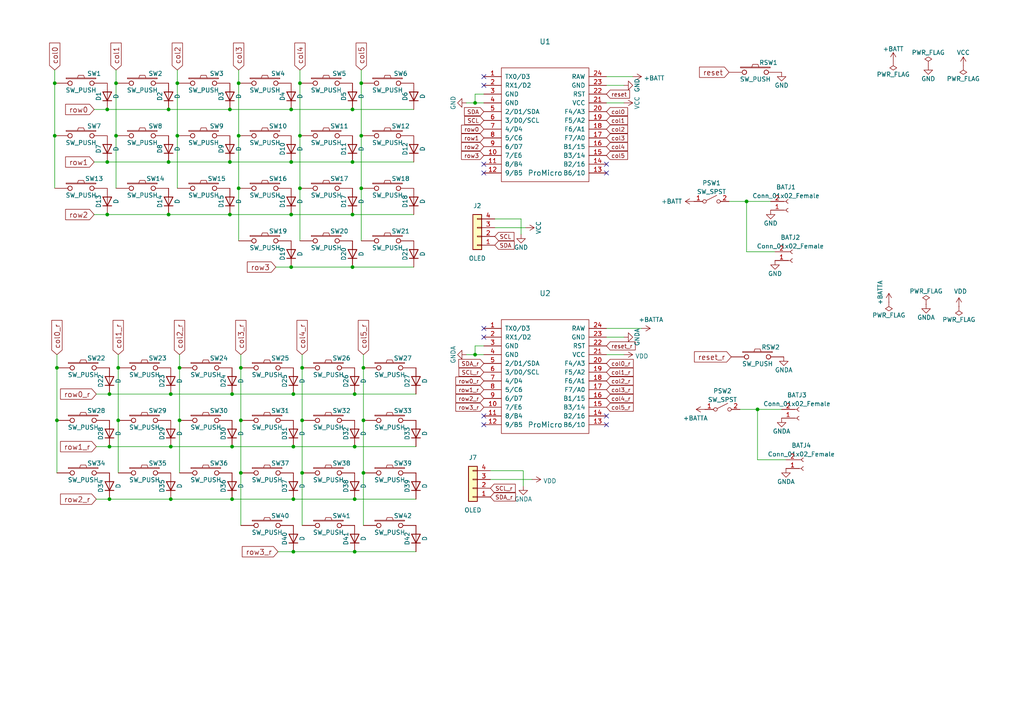
<source format=kicad_sch>
(kicad_sch (version 20211123) (generator eeschema)
  (paper "A4")
  (title_block (title "Corne Light") (date "2020-10-13") (rev "2.0") (company "foostan"))
  (lib_symbols
    (symbol "+BATT_2" (power) (pin_names (offset 0))
      (property "Value" "+BATT_2" (at -10.795 0 90))
      (symbol "+BATT_2_0_1"
        (polyline (pts (xy -0.762 1.27) (xy 0 2.54)))
        (polyline (pts (xy 0 0) (xy 0 2.54)))
        (polyline (pts (xy 0 2.54) (xy 0.762 1.27)))
      )
      (symbol "+BATT_2_1_1"
        (pin power_in line (at 0 0 90) (length 0) hide (name "+BATTA") (number "1"))
      )
    )
    (symbol "Connector:Conn_01x02_Female" (pin_names (offset 1.016) hide)
      (property "Reference" "J" (at 0 2.54 0))
      (property "Value" "Conn_01x02_Female" (at 0 -5.08 0))
      (symbol "Conn_01x02_Female_1_1"
        (arc (start 0 -2.032) (mid -0.508 -2.54) (end 0 -3.048) (stroke (width 0.1524)))
        (polyline (pts (xy -1.27 -2.54) (xy -0.508 -2.54)) (stroke (width 0.1524)))
        (polyline (pts (xy -1.27 0) (xy -0.508 0)) (stroke (width 0.1524)))
        (arc (start 0 0.508) (mid -0.508 0) (end 0 -0.508) (stroke (width 0.1524)))
        (pin passive line (at -5.08 0 0) (length 3.81) (name "Pin_1") (number "1"))
        (pin passive line (at -5.08 -2.54 0) (length 3.81) (name "Pin_2") (number "2"))
      )
    )
    (symbol "Connector_Generic:Conn_01x04" (pin_names (offset 1.016) hide)
      (property "Reference" "J" (at 0 5.08 0))
      (property "Value" "Conn_01x04" (at 0 -7.62 0))
      (symbol "Conn_01x04_1_1"
        (rectangle (start -1.27 -4.953) (end 0 -5.207) (stroke (width 0.1524)))
        (rectangle (start -1.27 -2.413) (end 0 -2.667) (stroke (width 0.1524)))
        (rectangle (start -1.27 0.127) (end 0 -0.127) (stroke (width 0.1524)))
        (rectangle (start -1.27 2.667) (end 0 2.413) (stroke (width 0.1524)))
        (rectangle (start -1.27 3.81) (end 1.27 -6.35) (stroke (width 0.254)) (fill (type background)))
        (pin passive line (at -5.08 2.54 0) (length 3.81) (name "Pin_1") (number "1"))
        (pin passive line (at -5.08 0 0) (length 3.81) (name "Pin_2") (number "2"))
        (pin passive line (at -5.08 -2.54 0) (length 3.81) (name "Pin_3") (number "3"))
        (pin passive line (at -5.08 -5.08 0) (length 3.81) (name "Pin_4") (number "4"))
      )
    )
    (symbol "Device:D" (pin_numbers hide) (pin_names (offset 1.016) hide)
      (property "Reference" "D" (at 0 2.54 0))
      (property "Value" "D" (at 0 -2.54 0))
      (symbol "D_0_1"
        (polyline (pts (xy -1.27 1.27) (xy -1.27 -1.27)) (stroke (width 0.254)))
        (polyline (pts (xy 1.27 0) (xy -1.27 0)))
        (polyline (pts (xy 1.27 1.27) (xy 1.27 -1.27) (xy -1.27 0) (xy 1.27 1.27)) (stroke (width 0.254)))
      )
      (symbol "D_1_1"
        (pin passive line (at -3.81 0 0) (length 2.54) (name "K") (number "1"))
        (pin passive line (at 3.81 0 180) (length 2.54) (name "A") (number "2"))
      )
    )
    (symbol "Switch:SW_SPST" (pin_names (offset 0) hide)
      (property "Reference" "SW" (at 0 3.175 0))
      (property "Value" "SW_SPST" (at 0 -2.54 0))
      (symbol "SW_SPST_0_0"
        (circle (center -2.032 0) (radius 0.508))
        (polyline (pts (xy -1.524 0.254) (xy 1.524 1.778)))
        (circle (center 2.032 0) (radius 0.508))
      )
      (symbol "SW_SPST_1_1"
        (pin passive line (at -5.08 0 0) (length 2.54) (name "A") (number "1"))
        (pin passive line (at 5.08 0 180) (length 2.54) (name "B") (number "2"))
      )
    )
    (symbol "kbd:ProMicro" (pin_names (offset 1.016))
      (property "Reference" "U" (at 0 19.05 0))
      (property "Value" "ProMicro" (at 0 -19.05 0))
      (symbol "ProMicro_0_1"
        (rectangle (start -12.7 16.51) (end 12.7 -16.51))
      )
      (symbol "ProMicro_1_1"
        (pin bidirectional line (at -17.78 13.97 0) (length 5.08) (name "TX0/D3") (number "1"))
        (pin bidirectional line (at -17.78 -8.89 0) (length 5.08) (name "7/E6") (number "10"))
        (pin bidirectional line (at -17.78 -11.43 0) (length 5.08) (name "8/B4") (number "11"))
        (pin bidirectional line (at -17.78 -13.97 0) (length 5.08) (name "9/B5") (number "12"))
        (pin bidirectional line (at 17.78 -13.97 180) (length 5.08) (name "B6/10") (number "13"))
        (pin bidirectional line (at 17.78 -11.43 180) (length 5.08) (name "B2/16") (number "14"))
        (pin bidirectional line (at 17.78 -8.89 180) (length 5.08) (name "B3/14") (number "15"))
        (pin bidirectional line (at 17.78 -6.35 180) (length 5.08) (name "B1/15") (number "16"))
        (pin bidirectional line (at 17.78 -3.81 180) (length 5.08) (name "F7/A0") (number "17"))
        (pin bidirectional line (at 17.78 -1.27 180) (length 5.08) (name "F6/A1") (number "18"))
        (pin bidirectional line (at 17.78 1.27 180) (length 5.08) (name "F5/A2") (number "19"))
        (pin bidirectional line (at -17.78 11.43 0) (length 5.08) (name "RX1/D2") (number "2"))
        (pin bidirectional line (at 17.78 3.81 180) (length 5.08) (name "F4/A3") (number "20"))
        (pin power_in line (at 17.78 6.35 180) (length 5.08) (name "VCC") (number "21"))
        (pin input line (at 17.78 8.89 180) (length 5.08) (name "RST") (number "22"))
        (pin power_in line (at 17.78 11.43 180) (length 5.08) (name "GND") (number "23"))
        (pin power_out line (at 17.78 13.97 180) (length 5.08) (name "RAW") (number "24"))
        (pin power_in line (at -17.78 8.89 0) (length 5.08) (name "GND") (number "3"))
        (pin power_in line (at -17.78 6.35 0) (length 5.08) (name "GND") (number "4"))
        (pin bidirectional line (at -17.78 3.81 0) (length 5.08) (name "2/D1/SDA") (number "5"))
        (pin bidirectional line (at -17.78 1.27 0) (length 5.08) (name "3/D0/SCL") (number "6"))
        (pin bidirectional line (at -17.78 -1.27 0) (length 5.08) (name "4/D4") (number "7"))
        (pin bidirectional line (at -17.78 -3.81 0) (length 5.08) (name "5/C6") (number "8"))
        (pin bidirectional line (at -17.78 -6.35 0) (length 5.08) (name "6/D7") (number "9"))
      )
    )
    (symbol "kbd:SW_PUSH" (pin_numbers hide) (pin_names (offset 1.016) hide)
      (property "Reference" "SW" (at 3.81 2.794 0))
      (property "Value" "SW_PUSH" (at 0 -2.032 0))
      (symbol "SW_PUSH_0_1"
        (rectangle (start -4.318 1.27) (end 4.318 1.524))
        (polyline (pts (xy -1.016 1.524) (xy -0.762 2.286) (xy 0.762 2.286) (xy 1.016 1.524)))
        (pin passive inverted (at -7.62 0 0) (length 5.08) (name "1") (number "1"))
        (pin passive inverted (at 7.62 0 180) (length 5.08) (name "2") (number "2"))
      )
    )
    (symbol "power:+BATT" (power) (pin_names (offset 0))
      (property "Value" "+BATT" (at 0 3.556 0))
      (symbol "+BATT_0_1"
        (polyline (pts (xy -0.762 1.27) (xy 0 2.54)))
        (polyline (pts (xy 0 0) (xy 0 2.54)))
        (polyline (pts (xy 0 2.54) (xy 0.762 1.27)))
      )
      (symbol "+BATT_1_1"
        (pin power_in line (at 0 0 90) (length 0) hide (name "+BATT") (number "1"))
      )
    )
    (symbol "power:GND" (power) (pin_names (offset 0))
      (property "Value" "GND" (at 0 -3.81 0))
      (symbol "GND_0_1"
        (polyline (pts (xy 0 0) (xy 0 -1.27) (xy 1.27 -1.27) (xy 0 -2.54) (xy -1.27 -1.27) (xy 0 -1.27)))
      )
      (symbol "GND_1_1"
        (pin power_in line (at 0 0 270) (length 0) hide (name "GND") (number "1"))
      )
    )
    (symbol "power:GNDA" (power) (pin_names (offset 0))
      (property "Value" "GNDA" (at 0 -3.81 0))
      (symbol "GNDA_0_1"
        (polyline (pts (xy 0 0) (xy 0 -1.27) (xy 1.27 -1.27) (xy 0 -2.54) (xy -1.27 -1.27) (xy 0 -1.27)))
      )
      (symbol "GNDA_1_1"
        (pin power_in line (at 0 0 270) (length 0) hide (name "GNDA") (number "1"))
      )
    )
    (symbol "power:PWR_FLAG" (power) (pin_numbers hide) (pin_names (offset 0) hide)
      (property "Value" "PWR_FLAG" (at 0 3.81 0))
      (symbol "PWR_FLAG_0_0"
        (pin power_out line (at 0 0 90) (length 0) (name "pwr") (number "1"))
      )
      (symbol "PWR_FLAG_0_1"
        (polyline (pts (xy 0 0) (xy 0 1.27) (xy -1.016 1.905) (xy 0 2.54) (xy 1.016 1.905) (xy 0 1.27)))
      )
    )
    (symbol "power:VCC" (power) (pin_names (offset 0))
      (property "Value" "VCC" (at 0 3.81 0))
      (symbol "VCC_0_1"
        (polyline (pts (xy -0.762 1.27) (xy 0 2.54)))
        (polyline (pts (xy 0 0) (xy 0 2.54)))
        (polyline (pts (xy 0 2.54) (xy 0.762 1.27)))
      )
      (symbol "VCC_1_1"
        (pin power_in line (at 0 0 90) (length 0) hide (name "VCC") (number "1"))
      )
    )
    (symbol "power:VDD" (power) (pin_names (offset 0))
      (property "Value" "VDD" (at 0 3.81 0))
      (symbol "VDD_0_1"
        (polyline (pts (xy -0.762 1.27) (xy 0 2.54)))
        (polyline (pts (xy 0 0) (xy 0 2.54)))
        (polyline (pts (xy 0 2.54) (xy 0.762 1.27)))
      )
      (symbol "VDD_1_1"
        (pin power_in line (at 0 0 90) (length 0) hide (name "VDD") (number "1"))
      )
    )
  )
  (junction (at 86.995 39.37))
  (junction (at 87.63 121.92))
  (junction (at 66.675 46.99))
  (junction (at 31.115 62.23))
  (junction (at 52.07 121.92))
  (junction (at 49.53 114.3))
  (junction (at 31.75 129.54))
  (junction (at 219.71 118.745))
  (junction (at 49.53 144.78))
  (junction (at 137.795 102.87))
  (junction (at 105.41 137.16))
  (junction (at 102.235 31.75))
  (junction (at 51.435 24.13))
  (junction (at 48.895 62.23))
  (junction (at 67.31 114.3))
  (junction (at 85.09 160.02))
  (junction (at 48.895 31.75))
  (junction (at 66.675 31.75))
  (junction (at 31.115 31.75))
  (junction (at 86.995 24.13))
  (junction (at 33.655 24.13))
  (junction (at 87.63 106.68))
  (junction (at 33.655 39.37))
  (junction (at 87.63 137.16))
  (junction (at 105.41 121.92))
  (junction (at 102.235 46.99))
  (junction (at 102.87 144.78))
  (junction (at 102.87 160.02))
  (junction (at 31.115 46.99))
  (junction (at 104.775 54.61))
  (junction (at 85.09 114.3))
  (junction (at 67.31 129.54))
  (junction (at 84.455 31.75))
  (junction (at 84.455 77.47))
  (junction (at 34.29 106.68))
  (junction (at 84.455 62.23))
  (junction (at 102.87 114.3))
  (junction (at 66.675 62.23))
  (junction (at 69.85 121.92))
  (junction (at 69.215 54.61))
  (junction (at 31.75 114.3))
  (junction (at 102.235 62.23))
  (junction (at 69.215 39.37))
  (junction (at 102.235 77.47))
  (junction (at 15.875 39.37))
  (junction (at 34.29 121.92))
  (junction (at 67.31 144.78))
  (junction (at 102.87 129.54))
  (junction (at 51.435 39.37))
  (junction (at 49.53 129.54))
  (junction (at 86.995 54.61))
  (junction (at 69.85 137.16))
  (junction (at 15.875 24.13))
  (junction (at 216.535 58.42))
  (junction (at 105.41 106.68))
  (junction (at 52.07 106.68))
  (junction (at 16.51 106.68))
  (junction (at 31.75 144.78))
  (junction (at 84.455 46.99))
  (junction (at 85.09 144.78))
  (junction (at 104.775 39.37))
  (junction (at 69.85 106.68))
  (junction (at 16.51 121.92))
  (junction (at 85.09 129.54))
  (junction (at 104.775 24.13))
  (junction (at 137.795 29.845))
  (junction (at 69.215 24.13))
  (junction (at 48.895 46.99))
  (no_connect (at 140.335 24.765))
  (no_connect (at 175.895 47.625))
  (no_connect (at 140.335 123.19))
  (no_connect (at 175.895 123.19))
  (no_connect (at 140.335 47.625))
  (no_connect (at 140.335 50.165))
  (no_connect (at 175.895 50.165))
  (no_connect (at 140.335 22.225))
  (no_connect (at 140.335 120.65))
  (no_connect (at 140.335 97.79))
  (no_connect (at 140.335 95.25))
  (no_connect (at 175.895 120.65))
  (wire (pts (xy 104.775 54.61) (xy 104.775 69.85)))
  (wire (pts (xy 104.775 24.13) (xy 104.775 39.37)))
  (wire (pts (xy 15.875 20.32) (xy 15.875 24.13)))
  (wire (pts (xy 34.29 106.68) (xy 34.29 121.92)))
  (wire (pts (xy 27.94 129.54) (xy 31.75 129.54)))
  (wire (pts (xy 86.995 20.32) (xy 86.995 24.13)))
  (wire (pts (xy 34.29 102.87) (xy 34.29 106.68)))
  (wire (pts (xy 175.895 102.87) (xy 180.975 102.87)))
  (wire (pts (xy 69.215 54.61) (xy 69.215 69.85)))
  (wire (pts (xy 219.71 118.745) (xy 226.695 118.745)))
  (wire (pts (xy 142.24 139.065) (xy 154.305 139.065)))
  (wire (pts (xy 105.41 106.68) (xy 105.41 121.92)))
  (wire (pts (xy 49.53 129.54) (xy 67.31 129.54)))
  (wire (pts (xy 214.63 118.745) (xy 219.71 118.745)))
  (wire (pts (xy 66.675 31.75) (xy 84.455 31.75)))
  (wire (pts (xy 102.87 144.78) (xy 120.65 144.78)))
  (wire (pts (xy 31.75 129.54) (xy 49.53 129.54)))
  (wire (pts (xy 48.895 46.99) (xy 66.675 46.99)))
  (wire (pts (xy 27.305 46.99) (xy 31.115 46.99)))
  (wire (pts (xy 105.41 137.16) (xy 105.41 152.4)))
  (wire (pts (xy 16.51 121.92) (xy 16.51 137.16)))
  (wire (pts (xy 31.115 62.23) (xy 48.895 62.23)))
  (wire (pts (xy 137.795 27.305) (xy 137.795 29.845)))
  (wire (pts (xy 216.535 58.42) (xy 216.535 73.025)))
  (wire (pts (xy 102.235 62.23) (xy 120.015 62.23)))
  (wire (pts (xy 87.63 102.87) (xy 87.63 106.68)))
  (wire (pts (xy 227.965 133.35) (xy 219.71 133.35)))
  (wire (pts (xy 84.455 46.99) (xy 102.235 46.99)))
  (wire (pts (xy 135.255 29.845) (xy 137.795 29.845)))
  (wire (pts (xy 16.51 102.87) (xy 16.51 106.68)))
  (wire (pts (xy 84.455 77.47) (xy 102.235 77.47)))
  (wire (pts (xy 31.75 144.78) (xy 49.53 144.78)))
  (wire (pts (xy 175.895 22.225) (xy 183.515 22.225)))
  (wire (pts (xy 84.455 31.75) (xy 102.235 31.75)))
  (wire (pts (xy 137.795 102.87) (xy 140.335 102.87)))
  (wire (pts (xy 52.07 106.68) (xy 52.07 121.92)))
  (wire (pts (xy 33.655 24.13) (xy 33.655 39.37)))
  (wire (pts (xy 102.87 129.54) (xy 120.65 129.54)))
  (wire (pts (xy 137.795 29.845) (xy 140.335 29.845)))
  (wire (pts (xy 151.765 136.525) (xy 151.765 140.97)))
  (wire (pts (xy 69.215 20.32) (xy 69.215 24.13)))
  (wire (pts (xy 140.335 27.305) (xy 137.795 27.305)))
  (wire (pts (xy 85.09 160.02) (xy 102.87 160.02)))
  (wire (pts (xy 175.895 95.25) (xy 186.055 95.25)))
  (wire (pts (xy 175.895 97.79) (xy 180.975 97.79)))
  (wire (pts (xy 216.535 73.025) (xy 224.79 73.025)))
  (wire (pts (xy 137.795 100.33) (xy 137.795 102.87)))
  (wire (pts (xy 85.09 144.78) (xy 102.87 144.78)))
  (wire (pts (xy 151.13 67.945) (xy 151.13 63.5)))
  (wire (pts (xy 105.41 102.87) (xy 105.41 106.68)))
  (wire (pts (xy 66.675 62.23) (xy 84.455 62.23)))
  (wire (pts (xy 175.895 29.845) (xy 180.975 29.845)))
  (wire (pts (xy 52.07 102.87) (xy 52.07 106.68)))
  (wire (pts (xy 33.655 20.32) (xy 33.655 24.13)))
  (wire (pts (xy 27.305 62.23) (xy 31.115 62.23)))
  (wire (pts (xy 175.895 24.765) (xy 180.975 24.765)))
  (wire (pts (xy 211.455 58.42) (xy 216.535 58.42)))
  (wire (pts (xy 142.24 136.525) (xy 151.765 136.525)))
  (wire (pts (xy 67.31 144.78) (xy 85.09 144.78)))
  (wire (pts (xy 51.435 24.13) (xy 51.435 39.37)))
  (wire (pts (xy 31.115 31.75) (xy 48.895 31.75)))
  (wire (pts (xy 102.235 77.47) (xy 120.015 77.47)))
  (wire (pts (xy 219.71 133.35) (xy 219.71 118.745)))
  (wire (pts (xy 67.31 114.3) (xy 85.09 114.3)))
  (wire (pts (xy 104.775 39.37) (xy 104.775 54.61)))
  (wire (pts (xy 48.895 31.75) (xy 66.675 31.75)))
  (wire (pts (xy 51.435 20.32) (xy 51.435 24.13)))
  (wire (pts (xy 69.85 137.16) (xy 69.85 152.4)))
  (wire (pts (xy 216.535 58.42) (xy 223.52 58.42)))
  (wire (pts (xy 69.215 24.13) (xy 69.215 39.37)))
  (wire (pts (xy 140.335 100.33) (xy 137.795 100.33)))
  (wire (pts (xy 102.87 114.3) (xy 120.65 114.3)))
  (wire (pts (xy 34.29 121.92) (xy 34.29 137.16)))
  (wire (pts (xy 49.53 114.3) (xy 67.31 114.3)))
  (wire (pts (xy 105.41 121.92) (xy 105.41 137.16)))
  (wire (pts (xy 15.875 39.37) (xy 15.875 54.61)))
  (wire (pts (xy 49.53 144.78) (xy 67.31 144.78)))
  (wire (pts (xy 66.675 46.99) (xy 84.455 46.99)))
  (wire (pts (xy 15.875 24.13) (xy 15.875 39.37)))
  (wire (pts (xy 84.455 62.23) (xy 102.235 62.23)))
  (wire (pts (xy 51.435 39.37) (xy 51.435 54.61)))
  (wire (pts (xy 102.87 160.02) (xy 120.65 160.02)))
  (wire (pts (xy 135.255 102.87) (xy 137.795 102.87)))
  (wire (pts (xy 87.63 137.16) (xy 87.63 152.4)))
  (wire (pts (xy 80.01 77.47) (xy 84.455 77.47)))
  (wire (pts (xy 85.09 129.54) (xy 102.87 129.54)))
  (wire (pts (xy 86.995 24.13) (xy 86.995 39.37)))
  (wire (pts (xy 104.775 20.32) (xy 104.775 24.13)))
  (wire (pts (xy 27.305 31.75) (xy 31.115 31.75)))
  (wire (pts (xy 86.995 39.37) (xy 86.995 54.61)))
  (wire (pts (xy 31.75 114.3) (xy 49.53 114.3)))
  (wire (pts (xy 143.51 66.04) (xy 152.4 66.04)))
  (wire (pts (xy 69.85 106.68) (xy 69.85 121.92)))
  (wire (pts (xy 102.235 46.99) (xy 120.015 46.99)))
  (wire (pts (xy 27.94 144.78) (xy 31.75 144.78)))
  (wire (pts (xy 27.94 114.3) (xy 31.75 114.3)))
  (wire (pts (xy 87.63 106.68) (xy 87.63 121.92)))
  (wire (pts (xy 80.645 160.02) (xy 85.09 160.02)))
  (wire (pts (xy 69.85 102.87) (xy 69.85 106.68)))
  (wire (pts (xy 102.235 31.75) (xy 120.015 31.75)))
  (wire (pts (xy 151.13 63.5) (xy 143.51 63.5)))
  (wire (pts (xy 48.895 62.23) (xy 66.675 62.23)))
  (wire (pts (xy 85.09 114.3) (xy 102.87 114.3)))
  (wire (pts (xy 16.51 106.68) (xy 16.51 121.92)))
  (wire (pts (xy 69.215 39.37) (xy 69.215 54.61)))
  (wire (pts (xy 31.115 46.99) (xy 48.895 46.99)))
  (wire (pts (xy 52.07 121.92) (xy 52.07 137.16)))
  (wire (pts (xy 33.655 39.37) (xy 33.655 54.61)))
  (wire (pts (xy 86.995 54.61) (xy 86.995 69.85)))
  (wire (pts (xy 69.85 121.92) (xy 69.85 137.16)))
  (wire (pts (xy 87.63 121.92) (xy 87.63 137.16)))
  (wire (pts (xy 67.31 129.54) (xy 85.09 129.54)))
  (global_label "col2_r" (shape input) (at 175.895 110.49 0) (effects (font (size 1.1938 1.1938))) (property "Intersheet References" "${INTERSHEET_REFS}" (effects hide)))
  (global_label "col3" (shape input) (at 69.215 20.32 90) (effects (font (size 1.524 1.524))) (property "Intersheet References" "${INTERSHEET_REFS}" (effects hide)))
  (global_label "col2_r" (shape input) (at 52.07 102.87 90) (effects (font (size 1.524 1.524))) (property "Intersheet References" "${INTERSHEET_REFS}" (effects hide)))
  (global_label "row2" (shape input) (at 140.335 42.545 180) (effects (font (size 1.1938 1.1938))) (property "Intersheet References" "${INTERSHEET_REFS}" (effects hide)))
  (global_label "SCL" (shape input) (at 143.51 68.58 0) (effects (font (size 1.1938 1.1938))) (property "Intersheet References" "${INTERSHEET_REFS}" (effects hide)))
  (global_label "row0" (shape input) (at 27.305 31.75 180) (effects (font (size 1.524 1.524))) (property "Intersheet References" "${INTERSHEET_REFS}" (effects hide)))
  (global_label "reset" (shape input) (at 211.455 20.955 180) (effects (font (size 1.524 1.524))) (property "Intersheet References" "${INTERSHEET_REFS}" (effects hide)))
  (global_label "reset_r" (shape input) (at 175.895 100.33 0) (effects (font (size 1.1938 1.1938))) (property "Intersheet References" "${INTERSHEET_REFS}" (effects hide)))
  (global_label "col0" (shape input) (at 175.895 32.385 0) (effects (font (size 1.1938 1.1938))) (property "Intersheet References" "${INTERSHEET_REFS}" (effects hide)))
  (global_label "col3_r" (shape input) (at 69.85 102.87 90) (effects (font (size 1.524 1.524))) (property "Intersheet References" "${INTERSHEET_REFS}" (effects hide)))
  (global_label "row3_r" (shape input) (at 140.335 118.11 180) (effects (font (size 1.1938 1.1938))) (property "Intersheet References" "${INTERSHEET_REFS}" (effects hide)))
  (global_label "row3" (shape input) (at 80.01 77.47 180) (effects (font (size 1.524 1.524))) (property "Intersheet References" "${INTERSHEET_REFS}" (effects hide)))
  (global_label "col2" (shape input) (at 175.895 37.465 0) (effects (font (size 1.1938 1.1938))) (property "Intersheet References" "${INTERSHEET_REFS}" (effects hide)))
  (global_label "SCL_r" (shape input) (at 140.335 107.95 180) (effects (font (size 1.1938 1.1938))) (property "Intersheet References" "${INTERSHEET_REFS}" (effects hide)))
  (global_label "row1_r" (shape input) (at 27.94 129.54 180) (effects (font (size 1.524 1.524))) (property "Intersheet References" "${INTERSHEET_REFS}" (effects hide)))
  (global_label "col2" (shape input) (at 51.435 20.32 90) (effects (font (size 1.524 1.524))) (property "Intersheet References" "${INTERSHEET_REFS}" (effects hide)))
  (global_label "col1_r" (shape input) (at 175.895 107.95 0) (effects (font (size 1.1938 1.1938))) (property "Intersheet References" "${INTERSHEET_REFS}" (effects hide)))
  (global_label "col4" (shape input) (at 175.895 42.545 0) (effects (font (size 1.1938 1.1938))) (property "Intersheet References" "${INTERSHEET_REFS}" (effects hide)))
  (global_label "reset_r" (shape input) (at 212.09 103.505 180) (effects (font (size 1.524 1.524))) (property "Intersheet References" "${INTERSHEET_REFS}" (effects hide)))
  (global_label "SDA" (shape input) (at 140.335 32.385 180) (effects (font (size 1.1938 1.1938))) (property "Intersheet References" "${INTERSHEET_REFS}" (effects hide)))
  (global_label "SDA" (shape input) (at 143.51 71.12 0) (effects (font (size 1.1938 1.1938))) (property "Intersheet References" "${INTERSHEET_REFS}" (effects hide)))
  (global_label "col0" (shape input) (at 15.875 20.32 90) (effects (font (size 1.524 1.524))) (property "Intersheet References" "${INTERSHEET_REFS}" (effects hide)))
  (global_label "row3" (shape input) (at 140.335 45.085 180) (effects (font (size 1.1938 1.1938))) (property "Intersheet References" "${INTERSHEET_REFS}" (effects hide)))
  (global_label "row2_r" (shape input) (at 27.94 144.78 180) (effects (font (size 1.524 1.524))) (property "Intersheet References" "${INTERSHEET_REFS}" (effects hide)))
  (global_label "col3_r" (shape input) (at 175.895 113.03 0) (effects (font (size 1.1938 1.1938))) (property "Intersheet References" "${INTERSHEET_REFS}" (effects hide)))
  (global_label "col5_r" (shape input) (at 175.895 118.11 0) (effects (font (size 1.1938 1.1938))) (property "Intersheet References" "${INTERSHEET_REFS}" (effects hide)))
  (global_label "row0_r" (shape input) (at 27.94 114.3 180) (effects (font (size 1.524 1.524))) (property "Intersheet References" "${INTERSHEET_REFS}" (effects hide)))
  (global_label "col4" (shape input) (at 86.995 20.32 90) (effects (font (size 1.524 1.524))) (property "Intersheet References" "${INTERSHEET_REFS}" (effects hide)))
  (global_label "row2" (shape input) (at 27.305 62.23 180) (effects (font (size 1.524 1.524))) (property "Intersheet References" "${INTERSHEET_REFS}" (effects hide)))
  (global_label "SDA_r" (shape input) (at 140.335 105.41 180) (effects (font (size 1.1938 1.1938))) (property "Intersheet References" "${INTERSHEET_REFS}" (effects hide)))
  (global_label "col1" (shape input) (at 33.655 20.32 90) (effects (font (size 1.524 1.524))) (property "Intersheet References" "${INTERSHEET_REFS}" (effects hide)))
  (global_label "SCL" (shape input) (at 140.335 34.925 180) (effects (font (size 1.1938 1.1938))) (property "Intersheet References" "${INTERSHEET_REFS}" (effects hide)))
  (global_label "col5" (shape input) (at 104.775 20.32 90) (effects (font (size 1.524 1.524))) (property "Intersheet References" "${INTERSHEET_REFS}" (effects hide)))
  (global_label "SDA_r" (shape input) (at 142.24 144.145 0) (effects (font (size 1.1938 1.1938))) (property "Intersheet References" "${INTERSHEET_REFS}" (effects hide)))
  (global_label "col1_r" (shape input) (at 34.29 102.87 90) (effects (font (size 1.524 1.524))) (property "Intersheet References" "${INTERSHEET_REFS}" (effects hide)))
  (global_label "row1_r" (shape input) (at 140.335 113.03 180) (effects (font (size 1.1938 1.1938))) (property "Intersheet References" "${INTERSHEET_REFS}" (effects hide)))
  (global_label "col0_r" (shape input) (at 16.51 102.87 90) (effects (font (size 1.524 1.524))) (property "Intersheet References" "${INTERSHEET_REFS}" (effects hide)))
  (global_label "col1" (shape input) (at 175.895 34.925 0) (effects (font (size 1.1938 1.1938))) (property "Intersheet References" "${INTERSHEET_REFS}" (effects hide)))
  (global_label "col5" (shape input) (at 175.895 45.085 0) (effects (font (size 1.1938 1.1938))) (property "Intersheet References" "${INTERSHEET_REFS}" (effects hide)))
  (global_label "row3_r" (shape input) (at 80.645 160.02 180) (effects (font (size 1.524 1.524))) (property "Intersheet References" "${INTERSHEET_REFS}" (effects hide)))
  (global_label "col3" (shape input) (at 175.895 40.005 0) (effects (font (size 1.1938 1.1938))) (property "Intersheet References" "${INTERSHEET_REFS}" (effects hide)))
  (global_label "row1" (shape input) (at 140.335 40.005 180) (effects (font (size 1.1938 1.1938))) (property "Intersheet References" "${INTERSHEET_REFS}" (effects hide)))
  (global_label "reset" (shape input) (at 175.895 27.305 0) (effects (font (size 1.1938 1.1938))) (property "Intersheet References" "${INTERSHEET_REFS}" (effects hide)))
  (global_label "col4_r" (shape input) (at 175.895 115.57 0) (effects (font (size 1.1938 1.1938))) (property "Intersheet References" "${INTERSHEET_REFS}" (effects hide)))
  (global_label "col4_r" (shape input) (at 87.63 102.87 90) (effects (font (size 1.524 1.524))) (property "Intersheet References" "${INTERSHEET_REFS}" (effects hide)))
  (global_label "row0_r" (shape input) (at 140.335 110.49 180) (effects (font (size 1.1938 1.1938))) (property "Intersheet References" "${INTERSHEET_REFS}" (effects hide)))
  (global_label "SCL_r" (shape input) (at 142.24 141.605 0) (effects (font (size 1.1938 1.1938))) (property "Intersheet References" "${INTERSHEET_REFS}" (effects hide)))
  (global_label "col0_r" (shape input) (at 175.895 105.41 0) (effects (font (size 1.1938 1.1938))) (property "Intersheet References" "${INTERSHEET_REFS}" (effects hide)))
  (global_label "row0" (shape input) (at 140.335 37.465 180) (effects (font (size 1.1938 1.1938))) (property "Intersheet References" "${INTERSHEET_REFS}" (effects hide)))
  (global_label "col5_r" (shape input) (at 105.41 102.87 90) (effects (font (size 1.524 1.524))) (property "Intersheet References" "${INTERSHEET_REFS}" (effects hide)))
  (global_label "row1" (shape input) (at 27.305 46.99 180) (effects (font (size 1.524 1.524))) (property "Intersheet References" "${INTERSHEET_REFS}" (effects hide)))
  (global_label "row2_r" (shape input) (at 140.335 115.57 180) (effects (font (size 1.1938 1.1938))) (property "Intersheet References" "${INTERSHEET_REFS}" (effects hide)))
  (symbol (lib_id "kbd:ProMicro") (at 158.115 36.195 0) (unit 1)
    (property "Reference" "U1" (at 158.115 12.065 0) (effects (font (size 1.524 1.524))))
    (property "Value" "ProMicro" (at 158.115 50.165 0) (effects (font (size 1.524 1.524))))
    (property "Footprint" "kbd:ProMicro_v3" (effects hide))
  )
  (symbol (lib_id "kbd:SW_PUSH") (at 41.275 24.13 0) (unit 1)
    (property "Reference" "SW2" (at 45.085 21.336 0))
    (property "Value" "SW_PUSH" (at 41.275 26.162 0))
    (property "Footprint" "gateron-ks27:gateron-ks27-choc-v1" (effects hide))
  )
  (symbol (lib_id "Device:D") (at 48.895 27.94 90) (unit 1)
    (property "Reference" "D2" (at 46.355 27.94 0))
    (property "Value" "D" (at 51.435 27.94 0))
    (property "Footprint" "kbd:D3_TH" (effects hide))
  )
  (symbol (lib_id "kbd:SW_PUSH") (at 59.055 24.13 0) (unit 1)
    (property "Reference" "SW3" (at 62.865 21.336 0))
    (property "Value" "SW_PUSH" (at 59.055 26.162 0))
    (property "Footprint" "gateron-ks27:gateron-ks27-choc-v1" (effects hide))
  )
  (symbol (lib_id "Device:D") (at 66.675 27.94 90) (unit 1)
    (property "Reference" "D3" (at 64.135 27.94 0))
    (property "Value" "D" (at 69.215 27.94 0))
    (property "Footprint" "kbd:D3_TH" (effects hide))
  )
  (symbol (lib_id "kbd:SW_PUSH") (at 76.835 24.13 0) (unit 1)
    (property "Reference" "SW4" (at 80.645 21.336 0))
    (property "Value" "SW_PUSH" (at 76.835 26.162 0))
    (property "Footprint" "gateron-ks27:gateron-ks27-choc-v1" (effects hide))
  )
  (symbol (lib_id "kbd:SW_PUSH") (at 94.615 24.13 0) (unit 1)
    (property "Reference" "SW5" (at 98.425 21.336 0))
    (property "Value" "SW_PUSH" (at 94.615 26.162 0))
    (property "Footprint" "gateron-ks27:gateron-ks27-choc-v1" (effects hide))
  )
  (symbol (lib_id "kbd:SW_PUSH") (at 112.395 24.13 0) (unit 1)
    (property "Reference" "SW6" (at 116.205 21.336 0))
    (property "Value" "SW_PUSH" (at 112.395 26.162 0))
    (property "Footprint" "gateron-ks27:gateron-ks27-choc-v1" (effects hide))
  )
  (symbol (lib_id "Device:D") (at 84.455 27.94 90) (unit 1)
    (property "Reference" "D4" (at 81.915 27.94 0))
    (property "Value" "D" (at 86.995 27.94 0))
    (property "Footprint" "kbd:D3_TH" (effects hide))
  )
  (symbol (lib_id "Device:D") (at 102.235 27.94 90) (unit 1)
    (property "Reference" "D5" (at 99.695 27.94 0))
    (property "Value" "D" (at 104.775 27.94 0))
    (property "Footprint" "kbd:D3_TH" (effects hide))
  )
  (symbol (lib_id "Device:D") (at 120.015 27.94 90) (unit 1)
    (property "Reference" "D6" (at 117.475 27.94 0))
    (property "Value" "D" (at 122.555 27.94 0))
    (property "Footprint" "kbd:D3_TH" (effects hide))
  )
  (symbol (lib_id "kbd:SW_PUSH") (at 23.495 24.13 0) (unit 1)
    (property "Reference" "SW1" (at 27.305 21.336 0))
    (property "Value" "SW_PUSH" (at 23.495 26.162 0))
    (property "Footprint" "gateron-ks27:gateron-ks27-choc-v1" (effects hide))
  )
  (symbol (lib_id "Device:D") (at 31.115 27.94 90) (unit 1)
    (property "Reference" "D1" (at 28.575 27.94 0))
    (property "Value" "D" (at 33.655 27.94 0))
    (property "Footprint" "kbd:D3_TH" (effects hide))
  )
  (symbol (lib_id "kbd:SW_PUSH") (at 41.275 39.37 0) (unit 1)
    (property "Reference" "SW8" (at 45.085 36.576 0))
    (property "Value" "SW_PUSH" (at 41.275 41.402 0))
    (property "Footprint" "gateron-ks27:gateron-ks27-choc-v1" (effects hide))
  )
  (symbol (lib_id "Device:D") (at 48.895 43.18 90) (unit 1)
    (property "Reference" "D8" (at 46.355 43.18 0))
    (property "Value" "D" (at 51.435 43.18 0))
    (property "Footprint" "kbd:D3_TH" (effects hide))
  )
  (symbol (lib_id "kbd:SW_PUSH") (at 59.055 39.37 0) (unit 1)
    (property "Reference" "SW9" (at 62.865 36.576 0))
    (property "Value" "SW_PUSH" (at 59.055 41.402 0))
    (property "Footprint" "gateron-ks27:gateron-ks27-choc-v1" (effects hide))
  )
  (symbol (lib_id "Device:D") (at 66.675 43.18 90) (unit 1)
    (property "Reference" "D9" (at 64.135 43.18 0))
    (property "Value" "D" (at 69.215 43.18 0))
    (property "Footprint" "kbd:D3_TH" (effects hide))
  )
  (symbol (lib_id "kbd:SW_PUSH") (at 76.835 39.37 0) (unit 1)
    (property "Reference" "SW10" (at 80.645 36.576 0))
    (property "Value" "SW_PUSH" (at 76.835 41.402 0))
    (property "Footprint" "gateron-ks27:gateron-ks27-choc-v1" (effects hide))
  )
  (symbol (lib_id "kbd:SW_PUSH") (at 94.615 39.37 0) (unit 1)
    (property "Reference" "SW11" (at 98.425 36.576 0))
    (property "Value" "SW_PUSH" (at 94.615 41.402 0))
    (property "Footprint" "gateron-ks27:gateron-ks27-choc-v1" (effects hide))
  )
  (symbol (lib_id "kbd:SW_PUSH") (at 112.395 39.37 0) (unit 1)
    (property "Reference" "SW12" (at 116.205 36.576 0))
    (property "Value" "SW_PUSH" (at 112.395 41.402 0))
    (property "Footprint" "gateron-ks27:gateron-ks27-choc-v1" (effects hide))
  )
  (symbol (lib_id "Device:D") (at 84.455 43.18 90) (unit 1)
    (property "Reference" "D10" (at 81.915 43.18 0))
    (property "Value" "D" (at 86.995 43.18 0))
    (property "Footprint" "kbd:D3_TH" (effects hide))
  )
  (symbol (lib_id "Device:D") (at 102.235 43.18 90) (unit 1)
    (property "Reference" "D11" (at 99.695 43.18 0))
    (property "Value" "D" (at 104.775 43.18 0))
    (property "Footprint" "kbd:D3_TH" (effects hide))
  )
  (symbol (lib_id "Device:D") (at 120.015 43.18 90) (unit 1)
    (property "Reference" "D12" (at 117.475 43.18 0))
    (property "Value" "D" (at 122.555 43.18 0))
    (property "Footprint" "kbd:D3_TH" (effects hide))
  )
  (symbol (lib_id "kbd:SW_PUSH") (at 23.495 39.37 0) (unit 1)
    (property "Reference" "SW7" (at 27.305 36.576 0))
    (property "Value" "SW_PUSH" (at 23.495 41.402 0))
    (property "Footprint" "gateron-ks27:gateron-ks27-choc-v1" (effects hide))
  )
  (symbol (lib_id "Device:D") (at 31.115 43.18 90) (unit 1)
    (property "Reference" "D7" (at 28.575 43.18 0))
    (property "Value" "D" (at 33.655 43.18 0))
    (property "Footprint" "kbd:D3_TH" (effects hide))
  )
  (symbol (lib_id "kbd:SW_PUSH") (at 41.275 54.61 0) (unit 1)
    (property "Reference" "SW14" (at 45.085 51.816 0))
    (property "Value" "SW_PUSH" (at 41.275 56.642 0))
    (property "Footprint" "gateron-ks27:gateron-ks27-choc-v1" (effects hide))
  )
  (symbol (lib_id "Device:D") (at 48.895 58.42 90) (unit 1)
    (property "Reference" "D14" (at 46.355 58.42 0))
    (property "Value" "D" (at 51.435 58.42 0))
    (property "Footprint" "kbd:D3_TH" (effects hide))
  )
  (symbol (lib_id "kbd:SW_PUSH") (at 59.055 54.61 0) (unit 1)
    (property "Reference" "SW15" (at 62.865 51.816 0))
    (property "Value" "SW_PUSH" (at 59.055 56.642 0))
    (property "Footprint" "gateron-ks27:gateron-ks27-choc-v1" (effects hide))
  )
  (symbol (lib_id "Device:D") (at 66.675 58.42 90) (unit 1)
    (property "Reference" "D15" (at 64.135 58.42 0))
    (property "Value" "D" (at 69.215 58.42 0))
    (property "Footprint" "kbd:D3_TH" (effects hide))
  )
  (symbol (lib_id "kbd:SW_PUSH") (at 76.835 54.61 0) (unit 1)
    (property "Reference" "SW16" (at 80.645 51.816 0))
    (property "Value" "SW_PUSH" (at 76.835 56.642 0))
    (property "Footprint" "gateron-ks27:gateron-ks27-choc-v1" (effects hide))
  )
  (symbol (lib_id "kbd:SW_PUSH") (at 94.615 54.61 0) (unit 1)
    (property "Reference" "SW17" (at 98.425 51.816 0))
    (property "Value" "SW_PUSH" (at 94.615 56.642 0))
    (property "Footprint" "gateron-ks27:gateron-ks27-choc-v1" (effects hide))
  )
  (symbol (lib_id "kbd:SW_PUSH") (at 112.395 54.61 0) (unit 1)
    (property "Reference" "SW18" (at 116.205 51.816 0))
    (property "Value" "SW_PUSH" (at 112.395 56.642 0))
    (property "Footprint" "gateron-ks27:gateron-ks27-choc-v1" (effects hide))
  )
  (symbol (lib_id "Device:D") (at 84.455 58.42 90) (unit 1)
    (property "Reference" "D16" (at 81.915 58.42 0))
    (property "Value" "D" (at 86.995 58.42 0))
    (property "Footprint" "kbd:D3_TH" (effects hide))
  )
  (symbol (lib_id "Device:D") (at 102.235 58.42 90) (unit 1)
    (property "Reference" "D17" (at 99.695 58.42 0))
    (property "Value" "D" (at 104.775 58.42 0))
    (property "Footprint" "kbd:D3_TH" (effects hide))
  )
  (symbol (lib_id "Device:D") (at 120.015 58.42 90) (unit 1)
    (property "Reference" "D18" (at 117.475 58.42 0))
    (property "Value" "D" (at 122.555 58.42 0))
    (property "Footprint" "kbd:D3_TH" (effects hide))
  )
  (symbol (lib_id "kbd:SW_PUSH") (at 23.495 54.61 0) (unit 1)
    (property "Reference" "SW13" (at 27.305 51.816 0))
    (property "Value" "SW_PUSH" (at 23.495 56.642 0))
    (property "Footprint" "gateron-ks27:gateron-ks27-choc-v1" (effects hide))
  )
  (symbol (lib_id "Device:D") (at 31.115 58.42 90) (unit 1)
    (property "Reference" "D13" (at 28.575 58.42 0))
    (property "Value" "D" (at 33.655 58.42 0))
    (property "Footprint" "kbd:D3_TH" (effects hide))
  )
  (symbol (lib_id "kbd:SW_PUSH") (at 94.615 69.85 0) (unit 1)
    (property "Reference" "SW20" (at 98.425 67.056 0))
    (property "Value" "SW_PUSH" (at 94.615 71.882 0))
    (property "Footprint" "gateron-ks27:gateron-ks27-choc-v1" (effects hide))
  )
  (symbol (lib_id "Device:D") (at 102.235 73.66 90) (unit 1)
    (property "Reference" "D20" (at 99.695 73.66 0))
    (property "Value" "D" (at 104.775 73.66 0))
    (property "Footprint" "kbd:D3_TH" (effects hide))
  )
  (symbol (lib_id "kbd:SW_PUSH") (at 112.395 69.85 0) (unit 1)
    (property "Reference" "SW21" (at 116.205 67.056 0))
    (property "Value" "SW_PUSH" (at 112.395 71.882 0))
    (property "Footprint" "gateron-ks27:gateron-ks27-choc-v1-1.5u" (effects hide))
  )
  (symbol (lib_id "Device:D") (at 120.015 73.66 90) (unit 1)
    (property "Reference" "D21" (at 117.475 73.66 0))
    (property "Value" "D" (at 122.555 73.66 0))
    (property "Footprint" "kbd:D3_TH" (effects hide))
  )
  (symbol (lib_id "kbd:SW_PUSH") (at 76.835 69.85 0) (unit 1)
    (property "Reference" "SW19" (at 80.645 67.056 0))
    (property "Value" "SW_PUSH" (at 76.835 71.882 0))
    (property "Footprint" "gateron-ks27:gateron-ks27-choc-v1" (effects hide))
  )
  (symbol (lib_id "Device:D") (at 84.455 73.66 90) (unit 1)
    (property "Reference" "D19" (at 81.915 73.66 0))
    (property "Value" "D" (at 86.995 73.66 0))
    (property "Footprint" "kbd:D3_TH" (effects hide))
  )
  (symbol (lib_id "power:GND") (at 180.975 24.765 90) (unit 1)
    (property "Reference" "#PWR03" (effects hide))
    (property "Value" "GND" (at 184.785 24.765 0))
  )
  (symbol (lib_id "power:VCC") (at 180.975 29.845 270) (unit 1)
    (property "Reference" "#PWR05" (effects hide))
    (property "Value" "VCC" (at 184.785 29.845 0))
  )
  (symbol (lib_id "power:GND") (at 135.255 29.845 270) (unit 1)
    (property "Reference" "#PWR04" (effects hide))
    (property "Value" "GND" (at 131.445 29.845 0))
  )
  (symbol (lib_id "power:GND") (at 269.24 19.05 0) (unit 1)
    (property "Reference" "#PWR01" (effects hide))
    (property "Value" "GND" (at 269.24 22.86 0))
  )
  (symbol (lib_id "power:VCC") (at 279.4 19.05 0) (unit 1)
    (property "Reference" "#PWR02" (effects hide))
    (property "Value" "VCC" (at 279.4 15.24 0))
  )
  (symbol (lib_id "power:PWR_FLAG") (at 279.4 19.05 180) (unit 1)
    (property "Reference" "#FLG02" (effects hide))
    (property "Value" "PWR_FLAG" (at 279.4 22.86 0))
  )
  (symbol (lib_id "power:PWR_FLAG") (at 269.24 19.05 0) (unit 1)
    (property "Reference" "#FLG01" (effects hide))
    (property "Value" "PWR_FLAG" (at 269.24 15.24 0))
  )
  (symbol (lib_id "kbd:SW_PUSH") (at 219.075 20.955 0) (unit 1)
    (property "Reference" "RSW1" (at 222.885 18.161 0))
    (property "Value" "SW_PUSH" (at 219.075 22.987 0))
    (property "Footprint" "kbd:ResetSW_1side" (effects hide))
  )
  (symbol (lib_id "power:GND") (at 226.695 20.955 0) (unit 1)
    (property "Reference" "#PWR07" (effects hide))
    (property "Value" "GND" (at 226.695 24.765 0))
  )
  (symbol (lib_id "Connector_Generic:Conn_01x04") (at 138.43 68.58 180) (unit 1)
    (property "Reference" "J2" (at 138.43 59.69 0))
    (property "Value" "OLED" (at 138.43 74.93 0))
    (property "Footprint" "kbd:OLED_1side" (effects hide))
  )
  (symbol (lib_id "power:GND") (at 151.13 67.945 0) (unit 1)
    (property "Reference" "#PWR019" (effects hide))
    (property "Value" "GND" (at 151.13 71.755 0))
  )
  (symbol (lib_id "power:VCC") (at 152.4 66.04 270) (unit 1)
    (property "Reference" "#PWR018" (effects hide))
    (property "Value" "VCC" (at 156.21 66.04 0))
  )
  (symbol (lib_id "kbd:ProMicro") (at 158.115 109.22 0) (unit 1)
    (property "Reference" "U2" (at 158.115 85.09 0) (effects (font (size 1.524 1.524))))
    (property "Value" "ProMicro" (at 158.115 123.19 0) (effects (font (size 1.524 1.524))))
    (property "Footprint" "kbd:ProMicro_v3" (effects hide))
  )
  (symbol (lib_id "kbd:SW_PUSH") (at 41.91 106.68 0) (unit 1)
    (property "Reference" "SW23" (at 45.72 103.886 0))
    (property "Value" "SW_PUSH" (at 41.91 108.712 0))
    (property "Footprint" "gateron-ks27:gateron-ks27-choc-v1" (effects hide))
  )
  (symbol (lib_id "Device:D") (at 49.53 110.49 90) (unit 1)
    (property "Reference" "D23" (at 46.99 110.49 0))
    (property "Value" "D" (at 52.07 110.49 0))
    (property "Footprint" "kbd:D3_TH" (effects hide))
  )
  (symbol (lib_id "kbd:SW_PUSH") (at 59.69 106.68 0) (unit 1)
    (property "Reference" "SW24" (at 63.5 103.886 0))
    (property "Value" "SW_PUSH" (at 59.69 108.712 0))
    (property "Footprint" "gateron-ks27:gateron-ks27-choc-v1" (effects hide))
  )
  (symbol (lib_id "Device:D") (at 67.31 110.49 90) (unit 1)
    (property "Reference" "D24" (at 64.77 110.49 0))
    (property "Value" "D" (at 69.85 110.49 0))
    (property "Footprint" "kbd:D3_TH" (effects hide))
  )
  (symbol (lib_id "kbd:SW_PUSH") (at 77.47 106.68 0) (unit 1)
    (property "Reference" "SW25" (at 81.28 103.886 0))
    (property "Value" "SW_PUSH" (at 77.47 108.712 0))
    (property "Footprint" "gateron-ks27:gateron-ks27-choc-v1" (effects hide))
  )
  (symbol (lib_id "kbd:SW_PUSH") (at 95.25 106.68 0) (unit 1)
    (property "Reference" "SW26" (at 99.06 103.886 0))
    (property "Value" "SW_PUSH" (at 95.25 108.712 0))
    (property "Footprint" "gateron-ks27:gateron-ks27-choc-v1" (effects hide))
  )
  (symbol (lib_id "kbd:SW_PUSH") (at 113.03 106.68 0) (unit 1)
    (property "Reference" "SW27" (at 116.84 103.886 0))
    (property "Value" "SW_PUSH" (at 113.03 108.712 0))
    (property "Footprint" "gateron-ks27:gateron-ks27-choc-v1" (effects hide))
  )
  (symbol (lib_id "Device:D") (at 85.09 110.49 90) (unit 1)
    (property "Reference" "D25" (at 82.55 110.49 0))
    (property "Value" "D" (at 87.63 110.49 0))
    (property "Footprint" "kbd:D3_TH" (effects hide))
  )
  (symbol (lib_id "Device:D") (at 102.87 110.49 90) (unit 1)
    (property "Reference" "D26" (at 100.33 110.49 0))
    (property "Value" "D" (at 105.41 110.49 0))
    (property "Footprint" "kbd:D3_TH" (effects hide))
  )
  (symbol (lib_id "Device:D") (at 120.65 110.49 90) (unit 1)
    (property "Reference" "D27" (at 118.11 110.49 0))
    (property "Value" "D" (at 123.19 110.49 0))
    (property "Footprint" "kbd:D3_TH" (effects hide))
  )
  (symbol (lib_id "kbd:SW_PUSH") (at 24.13 106.68 0) (unit 1)
    (property "Reference" "SW22" (at 27.94 103.886 0))
    (property "Value" "SW_PUSH" (at 24.13 108.712 0))
    (property "Footprint" "gateron-ks27:gateron-ks27-choc-v1" (effects hide))
  )
  (symbol (lib_id "Device:D") (at 31.75 110.49 90) (unit 1)
    (property "Reference" "D22" (at 29.21 110.49 0))
    (property "Value" "D" (at 34.29 110.49 0))
    (property "Footprint" "kbd:D3_TH" (effects hide))
  )
  (symbol (lib_id "kbd:SW_PUSH") (at 41.91 121.92 0) (unit 1)
    (property "Reference" "SW29" (at 45.72 119.126 0))
    (property "Value" "SW_PUSH" (at 41.91 123.952 0))
    (property "Footprint" "gateron-ks27:gateron-ks27-choc-v1" (effects hide))
  )
  (symbol (lib_id "Device:D") (at 49.53 125.73 90) (unit 1)
    (property "Reference" "D29" (at 46.99 125.73 0))
    (property "Value" "D" (at 52.07 125.73 0))
    (property "Footprint" "kbd:D3_TH" (effects hide))
  )
  (symbol (lib_id "kbd:SW_PUSH") (at 59.69 121.92 0) (unit 1)
    (property "Reference" "SW30" (at 63.5 119.126 0))
    (property "Value" "SW_PUSH" (at 59.69 123.952 0))
    (property "Footprint" "gateron-ks27:gateron-ks27-choc-v1" (effects hide))
  )
  (symbol (lib_id "Device:D") (at 67.31 125.73 90) (unit 1)
    (property "Reference" "D30" (at 64.77 125.73 0))
    (property "Value" "D" (at 69.85 125.73 0))
    (property "Footprint" "kbd:D3_TH" (effects hide))
  )
  (symbol (lib_id "kbd:SW_PUSH") (at 77.47 121.92 0) (unit 1)
    (property "Reference" "SW31" (at 81.28 119.126 0))
    (property "Value" "SW_PUSH" (at 77.47 123.952 0))
    (property "Footprint" "gateron-ks27:gateron-ks27-choc-v1" (effects hide))
  )
  (symbol (lib_id "kbd:SW_PUSH") (at 95.25 121.92 0) (unit 1)
    (property "Reference" "SW32" (at 99.06 119.126 0))
    (property "Value" "SW_PUSH" (at 95.25 123.952 0))
    (property "Footprint" "gateron-ks27:gateron-ks27-choc-v1" (effects hide))
  )
  (symbol (lib_id "kbd:SW_PUSH") (at 113.03 121.92 0) (unit 1)
    (property "Reference" "SW33" (at 116.84 119.126 0))
    (property "Value" "SW_PUSH" (at 113.03 123.952 0))
    (property "Footprint" "gateron-ks27:gateron-ks27-choc-v1" (effects hide))
  )
  (symbol (lib_id "Device:D") (at 85.09 125.73 90) (unit 1)
    (property "Reference" "D31" (at 82.55 125.73 0))
    (property "Value" "D" (at 87.63 125.73 0))
    (property "Footprint" "kbd:D3_TH" (effects hide))
  )
  (symbol (lib_id "Device:D") (at 102.87 125.73 90) (unit 1)
    (property "Reference" "D32" (at 100.33 125.73 0))
    (property "Value" "D" (at 105.41 125.73 0))
    (property "Footprint" "kbd:D3_TH" (effects hide))
  )
  (symbol (lib_id "Device:D") (at 120.65 125.73 90) (unit 1)
    (property "Reference" "D33" (at 118.11 125.73 0))
    (property "Value" "D" (at 123.19 125.73 0))
    (property "Footprint" "kbd:D3_TH" (effects hide))
  )
  (symbol (lib_id "kbd:SW_PUSH") (at 24.13 121.92 0) (unit 1)
    (property "Reference" "SW28" (at 27.94 119.126 0))
    (property "Value" "SW_PUSH" (at 24.13 123.952 0))
    (property "Footprint" "gateron-ks27:gateron-ks27-choc-v1" (effects hide))
  )
  (symbol (lib_id "Device:D") (at 31.75 125.73 90) (unit 1)
    (property "Reference" "D28" (at 29.21 125.73 0))
    (property "Value" "D" (at 34.29 125.73 0))
    (property "Footprint" "kbd:D3_TH" (effects hide))
  )
  (symbol (lib_id "kbd:SW_PUSH") (at 41.91 137.16 0) (unit 1)
    (property "Reference" "SW35" (at 45.72 134.366 0))
    (property "Value" "SW_PUSH" (at 41.91 139.192 0))
    (property "Footprint" "gateron-ks27:gateron-ks27-choc-v1" (effects hide))
  )
  (symbol (lib_id "Device:D") (at 49.53 140.97 90) (unit 1)
    (property "Reference" "D35" (at 46.99 140.97 0))
    (property "Value" "D" (at 52.07 140.97 0))
    (property "Footprint" "kbd:D3_TH" (effects hide))
  )
  (symbol (lib_id "kbd:SW_PUSH") (at 59.69 137.16 0) (unit 1)
    (property "Reference" "SW36" (at 63.5 134.366 0))
    (property "Value" "SW_PUSH" (at 59.69 139.192 0))
    (property "Footprint" "gateron-ks27:gateron-ks27-choc-v1" (effects hide))
  )
  (symbol (lib_id "Device:D") (at 67.31 140.97 90) (unit 1)
    (property "Reference" "D36" (at 64.77 140.97 0))
    (property "Value" "D" (at 69.85 140.97 0))
    (property "Footprint" "kbd:D3_TH" (effects hide))
  )
  (symbol (lib_id "kbd:SW_PUSH") (at 77.47 137.16 0) (unit 1)
    (property "Reference" "SW37" (at 81.28 134.366 0))
    (property "Value" "SW_PUSH" (at 77.47 139.192 0))
    (property "Footprint" "gateron-ks27:gateron-ks27-choc-v1" (effects hide))
  )
  (symbol (lib_id "kbd:SW_PUSH") (at 95.25 137.16 0) (unit 1)
    (property "Reference" "SW38" (at 99.06 134.366 0))
    (property "Value" "SW_PUSH" (at 95.25 139.192 0))
    (property "Footprint" "gateron-ks27:gateron-ks27-choc-v1" (effects hide))
  )
  (symbol (lib_id "kbd:SW_PUSH") (at 113.03 137.16 0) (unit 1)
    (property "Reference" "SW39" (at 116.84 134.366 0))
    (property "Value" "SW_PUSH" (at 113.03 139.192 0))
    (property "Footprint" "gateron-ks27:gateron-ks27-choc-v1" (effects hide))
  )
  (symbol (lib_id "Device:D") (at 85.09 140.97 90) (unit 1)
    (property "Reference" "D37" (at 82.55 140.97 0))
    (property "Value" "D" (at 87.63 140.97 0))
    (property "Footprint" "kbd:D3_TH" (effects hide))
  )
  (symbol (lib_id "Device:D") (at 102.87 140.97 90) (unit 1)
    (property "Reference" "D38" (at 100.33 140.97 0))
    (property "Value" "D" (at 105.41 140.97 0))
    (property "Footprint" "kbd:D3_TH" (effects hide))
  )
  (symbol (lib_id "Device:D") (at 120.65 140.97 90) (unit 1)
    (property "Reference" "D39" (at 118.11 140.97 0))
    (property "Value" "D" (at 123.19 140.97 0))
    (property "Footprint" "kbd:D3_TH" (effects hide))
  )
  (symbol (lib_id "kbd:SW_PUSH") (at 24.13 137.16 0) (unit 1)
    (property "Reference" "SW34" (at 27.94 134.366 0))
    (property "Value" "SW_PUSH" (at 24.13 139.192 0))
    (property "Footprint" "gateron-ks27:gateron-ks27-choc-v1" (effects hide))
  )
  (symbol (lib_id "Device:D") (at 31.75 140.97 90) (unit 1)
    (property "Reference" "D34" (at 29.21 140.97 0))
    (property "Value" "D" (at 34.29 140.97 0))
    (property "Footprint" "kbd:D3_TH" (effects hide))
  )
  (symbol (lib_id "kbd:SW_PUSH") (at 95.25 152.4 0) (unit 1)
    (property "Reference" "SW41" (at 99.06 149.606 0))
    (property "Value" "SW_PUSH" (at 95.25 154.432 0))
    (property "Footprint" "gateron-ks27:gateron-ks27-choc-v1" (effects hide))
  )
  (symbol (lib_id "Device:D") (at 102.87 156.21 90) (unit 1)
    (property "Reference" "D41" (at 100.33 156.21 0))
    (property "Value" "D" (at 105.41 156.21 0))
    (property "Footprint" "kbd:D3_TH" (effects hide))
  )
  (symbol (lib_id "kbd:SW_PUSH") (at 113.03 152.4 0) (unit 1)
    (property "Reference" "SW42" (at 116.84 149.606 0))
    (property "Value" "SW_PUSH" (at 113.03 154.432 0))
    (property "Footprint" "gateron-ks27:gateron-ks27-choc-v1-1.5u" (effects hide))
  )
  (symbol (lib_id "Device:D") (at 120.65 156.21 90) (unit 1)
    (property "Reference" "D42" (at 118.11 156.21 0))
    (property "Value" "D" (at 123.19 156.21 0))
    (property "Footprint" "kbd:D3_TH" (effects hide))
  )
  (symbol (lib_id "kbd:SW_PUSH") (at 77.47 152.4 0) (unit 1)
    (property "Reference" "SW40" (at 81.28 149.606 0))
    (property "Value" "SW_PUSH" (at 77.47 154.432 0))
    (property "Footprint" "gateron-ks27:gateron-ks27-choc-v1" (effects hide))
  )
  (symbol (lib_id "Device:D") (at 85.09 156.21 90) (unit 1)
    (property "Reference" "D40" (at 82.55 156.21 0))
    (property "Value" "D" (at 87.63 156.21 0))
    (property "Footprint" "kbd:D3_TH" (effects hide))
  )
  (symbol (lib_id "power:GNDA") (at 180.975 97.79 90) (unit 1)
    (property "Reference" "#PWR0101" (effects hide))
    (property "Value" "GNDA" (at 184.785 97.79 0))
  )
  (symbol (lib_id "power:GNDA") (at 135.255 102.87 270) (unit 1)
    (property "Reference" "#PWR0102" (effects hide))
    (property "Value" "GNDA" (at 131.445 102.87 0))
  )
  (symbol (lib_id "kbd:SW_PUSH") (at 219.71 103.505 0) (unit 1)
    (property "Reference" "RSW2" (at 223.52 100.711 0))
    (property "Value" "SW_PUSH" (at 219.71 105.537 0))
    (property "Footprint" "kbd:ResetSW_1side" (effects hide))
  )
  (symbol (lib_id "power:GNDA") (at 227.33 103.505 0) (unit 1)
    (property "Reference" "#PWR0103" (effects hide))
    (property "Value" "GNDA" (at 227.33 107.315 0))
  )
  (symbol (lib_id "Connector_Generic:Conn_01x04") (at 137.16 141.605 180) (unit 1)
    (property "Reference" "J7" (at 137.16 132.715 0))
    (property "Value" "OLED" (at 137.16 147.955 0))
    (property "Footprint" "kbd:OLED_1side" (effects hide))
  )
  (symbol (lib_id "power:GNDA") (at 151.765 140.97 0) (unit 1)
    (property "Reference" "#PWR0106" (effects hide))
    (property "Value" "GNDA" (at 151.765 144.78 0))
  )
  (symbol (lib_id "power:VDD") (at 180.975 102.87 270) (unit 1)
    (property "Reference" "#PWR0104" (effects hide))
    (property "Value" "VDD" (at 184.2262 103.3018 90) (effects (justify left)))
  )
  (symbol (lib_id "power:VDD") (at 154.305 139.065 270) (unit 1)
    (property "Reference" "#PWR0107" (effects hide))
    (property "Value" "VDD" (at 157.5562 139.4968 90) (effects (justify left)))
  )
  (symbol (lib_id "power:PWR_FLAG") (at 278.13 88.9 180) (unit 1)
    (property "Reference" "#FLG0101" (effects hide))
    (property "Value" "PWR_FLAG" (at 278.13 92.71 0))
  )
  (symbol (lib_id "power:VDD") (at 278.13 88.9 0) (unit 1)
    (property "Reference" "#PWR0115" (effects hide))
    (property "Value" "VDD" (at 278.5618 84.5058 0))
  )
  (symbol (lib_id "power:GNDA") (at 268.605 88.265 0) (unit 1)
    (property "Reference" "#PWR0108" (effects hide))
    (property "Value" "GNDA" (at 268.605 92.075 0))
  )
  (symbol (lib_id "power:PWR_FLAG") (at 268.605 88.265 0) (unit 1)
    (property "Reference" "#FLG0102" (effects hide))
    (property "Value" "PWR_FLAG" (at 268.605 84.455 0))
  )
  (symbol (lib_id "Connector:Conn_01x02_Female") (at 231.775 121.285 0) (mirror x) (unit 1)
    (property "Reference" "BATJ3" (at 231.14 114.588 0))
    (property "Value" "Conn_01x02_Female" (at 231.14 117.1249 0))
    (property "Footprint" "Connector_PinHeader_2.54mm:PinHeader_1x02_P2.54mm_Vertical" (effects hide))
  )
  (symbol (lib_name "+BATT_2") (lib_id "power:+BATT") (at 186.055 95.25 270) (unit 1)
    (property "Reference" "#PWRR01" (effects hide))
    (property "Value" "+BATTA" (at 192.405 92.71 90) (effects (justify right)))
  )
  (symbol (lib_id "Connector:Conn_01x02_Female") (at 228.6 60.96 0) (mirror x) (unit 1)
    (property "Reference" "BATJ1" (at 227.965 54.263 0))
    (property "Value" "Conn_01x02_Female" (at 227.965 56.7999 0))
    (property "Footprint" "Connector_PinHeader_2.54mm:PinHeader_1x02_P2.54mm_Vertical" (effects hide))
  )
  (symbol (lib_id "power:GNDA") (at 226.695 121.285 0) (unit 1)
    (property "Reference" "#PWR0105" (effects hide))
    (property "Value" "GNDA" (at 226.695 125.095 0))
  )
  (symbol (lib_id "Switch:SW_SPST") (at 206.375 58.42 0) (unit 1)
    (property "Reference" "PSW1" (at 206.375 53.0692 0))
    (property "Value" "SW_SPST" (at 206.375 55.6061 0))
    (property "Footprint" "Button_Switch_SMD:SW_SPDT_PCM12" (effects hide))
  )
  (symbol (lib_id "Switch:SW_SPST") (at 209.55 118.745 0) (unit 1)
    (property "Reference" "PSW2" (at 209.55 113.3942 0))
    (property "Value" "SW_SPST" (at 209.55 115.9311 0))
    (property "Footprint" "Button_Switch_SMD:SW_SPDT_PCM12" (effects hide))
  )
  (symbol (lib_id "power:+BATT") (at 259.08 17.78 0) (unit 1)
    (property "Reference" "#PWR011" (effects hide))
    (property "Value" "+BATT" (at 259.08 14.2042 0))
  )
  (symbol (lib_id "Connector:Conn_01x02_Female") (at 233.045 135.89 0) (mirror x) (unit 1)
    (property "Reference" "BATJ4" (at 232.41 129.193 0))
    (property "Value" "Conn_01x02_Female" (at 232.41 131.7299 0))
    (property "Footprint" "Connector_JST:JST_PH_S2B-PH-K_1x02_P2.00mm_Horizontal" (effects hide))
  )
  (symbol (lib_id "power:GND") (at 224.79 75.565 0) (unit 1)
    (property "Reference" "#PWR0109" (effects hide))
    (property "Value" "GND" (at 224.79 79.375 0))
  )
  (symbol (lib_name "+BATT_2") (lib_id "power:+BATT") (at 257.81 87.63 0) (unit 1)
    (property "Reference" "#PWRR03" (effects hide))
    (property "Value" "+BATTA" (at 255.27 81.28 90) (effects (justify right)))
  )
  (symbol (lib_id "power:GND") (at 223.52 60.96 0) (unit 1)
    (property "Reference" "#PWR09" (effects hide))
    (property "Value" "GND" (at 223.52 64.77 0))
  )
  (symbol (lib_id "power:PWR_FLAG") (at 259.08 17.78 180) (unit 1)
    (property "Reference" "#FLG04" (effects hide))
    (property "Value" "PWR_FLAG" (at 259.08 21.59 0))
  )
  (symbol (lib_name "+BATT_2") (lib_id "power:+BATT") (at 204.47 118.745 90) (unit 1)
    (property "Reference" "#PWRR02" (effects hide))
    (property "Value" "+BATTA" (at 198.12 121.285 90) (effects (justify right)))
  )
  (symbol (lib_id "power:+BATT") (at 201.295 58.42 90) (unit 1)
    (property "Reference" "#PWR08" (effects hide))
    (property "Value" "+BATT" (at 191.77 58.42 90) (effects (justify right)))
  )
  (symbol (lib_id "Connector:Conn_01x02_Female") (at 229.87 75.565 0) (mirror x) (unit 1)
    (property "Reference" "BATJ2" (at 229.235 68.868 0))
    (property "Value" "Conn_01x02_Female" (at 229.235 71.4049 0))
    (property "Footprint" "Connector_JST:JST_PH_S2B-PH-K_1x02_P2.00mm_Horizontal" (effects hide))
  )
  (symbol (lib_id "power:GNDA") (at 227.965 135.89 0) (unit 1)
    (property "Reference" "#PWR0110" (effects hide))
    (property "Value" "GNDA" (at 227.965 139.7 0))
  )
  (symbol (lib_id "power:PWR_FLAG") (at 257.81 87.63 180) (unit 1)
    (property "Reference" "#FLG03" (effects hide))
    (property "Value" "PWR_FLAG" (at 257.81 91.44 0))
  )
  (symbol (lib_id "power:+BATT") (at 183.515 22.225 270) (unit 1)
    (property "Reference" "#PWR06" (effects hide))
    (property "Value" "+BATT" (at 186.69 22.6588 90) (effects (justify left)))
  )
)
</source>
